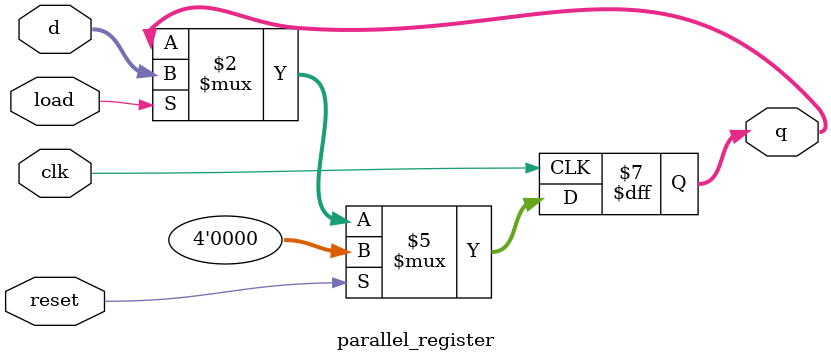
<source format=v>
module parallel_register (
    input clk,          // Clock input
    input reset,        // Synchronous reset
    input [3:0] d,      // 4-bit parallel data input
    input load,         // Load enable
    output reg [3:0] q  // 4-bit register output
);

    always @(posedge clk) begin
        if (reset)
            q <= 4'b0000;      // Reset the register
        else if (load)
            q <= d;            // Load parallel data
    end

endmodule

</source>
